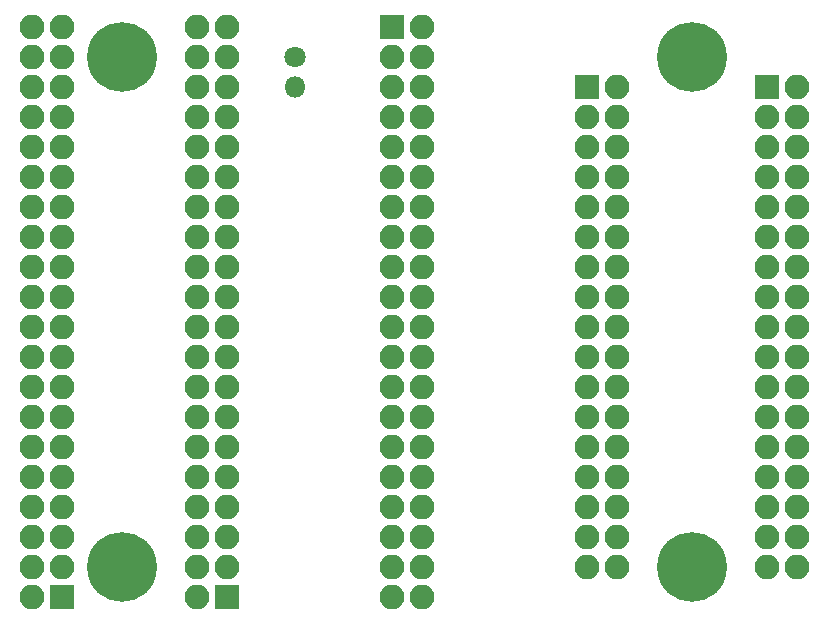
<source format=gbr>
G04 #@! TF.GenerationSoftware,KiCad,Pcbnew,(5.0.0)*
G04 #@! TF.CreationDate,2019-03-31T19:03:55-07:00*
G04 #@! TF.ProjectId,ulx3s_to_adda,756C7833735F746F5F616464612E6B69,rev?*
G04 #@! TF.SameCoordinates,Original*
G04 #@! TF.FileFunction,Soldermask,Top*
G04 #@! TF.FilePolarity,Negative*
%FSLAX46Y46*%
G04 Gerber Fmt 4.6, Leading zero omitted, Abs format (unit mm)*
G04 Created by KiCad (PCBNEW (5.0.0)) date 03/31/19 19:03:55*
%MOMM*%
%LPD*%
G01*
G04 APERTURE LIST*
%ADD10O,1.800000X1.800000*%
%ADD11C,1.800000*%
%ADD12R,2.100000X2.100000*%
%ADD13O,2.100000X2.100000*%
%ADD14C,5.900000*%
G04 APERTURE END LIST*
D10*
G04 #@! TO.C,R1*
X139065000Y-88900000D03*
D11*
X139065000Y-86360000D03*
G04 #@! TD*
D12*
G04 #@! TO.C,J5*
X179070000Y-88900000D03*
D13*
X181610000Y-88900000D03*
X179070000Y-91440000D03*
X181610000Y-91440000D03*
X179070000Y-93980000D03*
X181610000Y-93980000D03*
X179070000Y-96520000D03*
X181610000Y-96520000D03*
X179070000Y-99060000D03*
X181610000Y-99060000D03*
X179070000Y-101600000D03*
X181610000Y-101600000D03*
X179070000Y-104140000D03*
X181610000Y-104140000D03*
X179070000Y-106680000D03*
X181610000Y-106680000D03*
X179070000Y-109220000D03*
X181610000Y-109220000D03*
X179070000Y-111760000D03*
X181610000Y-111760000D03*
X179070000Y-114300000D03*
X181610000Y-114300000D03*
X179070000Y-116840000D03*
X181610000Y-116840000D03*
X179070000Y-119380000D03*
X181610000Y-119380000D03*
X179070000Y-121920000D03*
X181610000Y-121920000D03*
X179070000Y-124460000D03*
X181610000Y-124460000D03*
X179070000Y-127000000D03*
X181610000Y-127000000D03*
X179070000Y-129540000D03*
X181610000Y-129540000D03*
G04 #@! TD*
G04 #@! TO.C,J4*
X166370000Y-129540000D03*
X163830000Y-129540000D03*
X166370000Y-127000000D03*
X163830000Y-127000000D03*
X166370000Y-124460000D03*
X163830000Y-124460000D03*
X166370000Y-121920000D03*
X163830000Y-121920000D03*
X166370000Y-119380000D03*
X163830000Y-119380000D03*
X166370000Y-116840000D03*
X163830000Y-116840000D03*
X166370000Y-114300000D03*
X163830000Y-114300000D03*
X166370000Y-111760000D03*
X163830000Y-111760000D03*
X166370000Y-109220000D03*
X163830000Y-109220000D03*
X166370000Y-106680000D03*
X163830000Y-106680000D03*
X166370000Y-104140000D03*
X163830000Y-104140000D03*
X166370000Y-101600000D03*
X163830000Y-101600000D03*
X166370000Y-99060000D03*
X163830000Y-99060000D03*
X166370000Y-96520000D03*
X163830000Y-96520000D03*
X166370000Y-93980000D03*
X163830000Y-93980000D03*
X166370000Y-91440000D03*
X163830000Y-91440000D03*
X166370000Y-88900000D03*
D12*
X163830000Y-88900000D03*
G04 #@! TD*
D13*
G04 #@! TO.C,J2*
X130810000Y-83820000D03*
X133350000Y-83820000D03*
X130810000Y-86360000D03*
X133350000Y-86360000D03*
X130810000Y-88900000D03*
X133350000Y-88900000D03*
X130810000Y-91440000D03*
X133350000Y-91440000D03*
X130810000Y-93980000D03*
X133350000Y-93980000D03*
X130810000Y-96520000D03*
X133350000Y-96520000D03*
X130810000Y-99060000D03*
X133350000Y-99060000D03*
X130810000Y-101600000D03*
X133350000Y-101600000D03*
X130810000Y-104140000D03*
X133350000Y-104140000D03*
X130810000Y-106680000D03*
X133350000Y-106680000D03*
X130810000Y-109220000D03*
X133350000Y-109220000D03*
X130810000Y-111760000D03*
X133350000Y-111760000D03*
X130810000Y-114300000D03*
X133350000Y-114300000D03*
X130810000Y-116840000D03*
X133350000Y-116840000D03*
X130810000Y-119380000D03*
X133350000Y-119380000D03*
X130810000Y-121920000D03*
X133350000Y-121920000D03*
X130810000Y-124460000D03*
X133350000Y-124460000D03*
X130810000Y-127000000D03*
X133350000Y-127000000D03*
X130810000Y-129540000D03*
X133350000Y-129540000D03*
X130810000Y-132080000D03*
D12*
X133350000Y-132080000D03*
G04 #@! TD*
D13*
G04 #@! TO.C,J1*
X116840000Y-83820000D03*
X119380000Y-83820000D03*
X116840000Y-86360000D03*
X119380000Y-86360000D03*
X116840000Y-88900000D03*
X119380000Y-88900000D03*
X116840000Y-91440000D03*
X119380000Y-91440000D03*
X116840000Y-93980000D03*
X119380000Y-93980000D03*
X116840000Y-96520000D03*
X119380000Y-96520000D03*
X116840000Y-99060000D03*
X119380000Y-99060000D03*
X116840000Y-101600000D03*
X119380000Y-101600000D03*
X116840000Y-104140000D03*
X119380000Y-104140000D03*
X116840000Y-106680000D03*
X119380000Y-106680000D03*
X116840000Y-109220000D03*
X119380000Y-109220000D03*
X116840000Y-111760000D03*
X119380000Y-111760000D03*
X116840000Y-114300000D03*
X119380000Y-114300000D03*
X116840000Y-116840000D03*
X119380000Y-116840000D03*
X116840000Y-119380000D03*
X119380000Y-119380000D03*
X116840000Y-121920000D03*
X119380000Y-121920000D03*
X116840000Y-124460000D03*
X119380000Y-124460000D03*
X116840000Y-127000000D03*
X119380000Y-127000000D03*
X116840000Y-129540000D03*
X119380000Y-129540000D03*
X116840000Y-132080000D03*
D12*
X119380000Y-132080000D03*
G04 #@! TD*
G04 #@! TO.C,J3*
X147320000Y-83820000D03*
D13*
X149860000Y-83820000D03*
X147320000Y-86360000D03*
X149860000Y-86360000D03*
X147320000Y-88900000D03*
X149860000Y-88900000D03*
X147320000Y-91440000D03*
X149860000Y-91440000D03*
X147320000Y-93980000D03*
X149860000Y-93980000D03*
X147320000Y-96520000D03*
X149860000Y-96520000D03*
X147320000Y-99060000D03*
X149860000Y-99060000D03*
X147320000Y-101600000D03*
X149860000Y-101600000D03*
X147320000Y-104140000D03*
X149860000Y-104140000D03*
X147320000Y-106680000D03*
X149860000Y-106680000D03*
X147320000Y-109220000D03*
X149860000Y-109220000D03*
X147320000Y-111760000D03*
X149860000Y-111760000D03*
X147320000Y-114300000D03*
X149860000Y-114300000D03*
X147320000Y-116840000D03*
X149860000Y-116840000D03*
X147320000Y-119380000D03*
X149860000Y-119380000D03*
X147320000Y-121920000D03*
X149860000Y-121920000D03*
X147320000Y-124460000D03*
X149860000Y-124460000D03*
X147320000Y-127000000D03*
X149860000Y-127000000D03*
X147320000Y-129540000D03*
X149860000Y-129540000D03*
X147320000Y-132080000D03*
X149860000Y-132080000D03*
G04 #@! TD*
D14*
G04 #@! TO.C,MH1*
X124460000Y-86360000D03*
G04 #@! TD*
G04 #@! TO.C,MH4*
X124460000Y-129540000D03*
G04 #@! TD*
G04 #@! TO.C,MH3*
X172720000Y-129540000D03*
G04 #@! TD*
G04 #@! TO.C,MH2*
X172720000Y-86360000D03*
G04 #@! TD*
M02*

</source>
